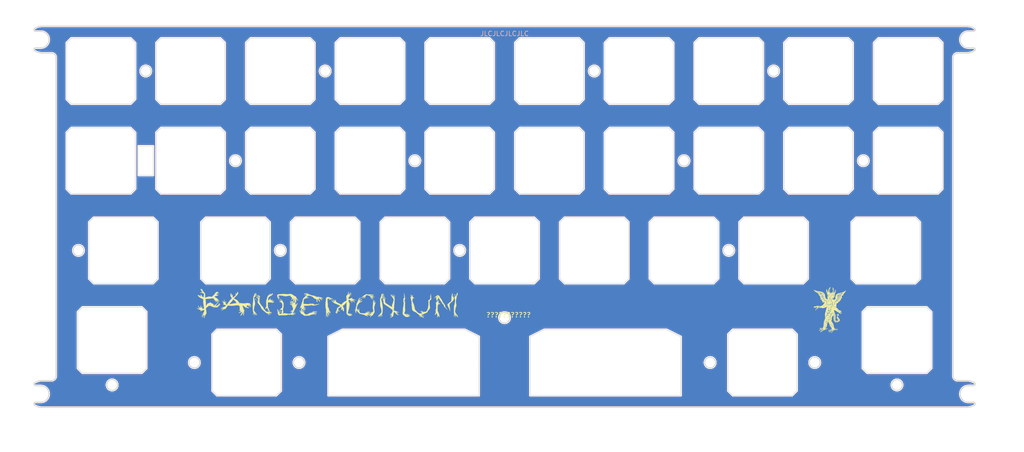
<source format=kicad_pcb>
(kicad_pcb (version 20221018) (generator pcbnew)
  (layers (0 "F.Cu" signal) (31 "B.Cu" signal) (34 "B.Paste" user) (35 "F.Paste" user) (36 "B.SilkS" user "B.Silkscreen") (37 "F.SilkS" user "F.Silkscreen") (38 "B.Mask" user) (39 "F.Mask" user) (44 "Edge.Cuts" user))
  (net 0 "")
  (net 1 "GND")
  (footprint "cipulot_parts:ecs_plate_cut_1U" (layer "F.Cu") (at 41.275 33.3375)
    (fp_text reference "REF**")
    (fp_text value "Value " hide)
    (fp_line (start -7.3 -6) (end -7.3 6) (stroke (width 0.12)) (layer "Edge.Cuts"))
    (fp_line (start -7.3 6) (end -6.3 7) (stroke (width 0.12)) (layer "Edge.Cuts"))
    (fp_line (start -6.3 -7) (end -7.3 -6) (stroke (width 0.12)) (layer "Edge.Cuts"))
    (fp_line (start -6.3 7) (end 6.3 7) (stroke (width 0.12)) (layer "Edge.Cuts"))
    (fp_line (start 6.3 -7) (end -6.3 -7) (stroke (width 0.12)) (layer "Edge.Cuts"))
    (fp_line (start 6.3 -7) (end 7.3 -6) (stroke (width 0.12)) (layer "Edge.Cuts"))
    (fp_line (start 6.3 7) (end 7.3 6) (stroke (width 0.12)) (layer "Edge.Cuts"))
    (fp_line (start 7.3 6) (end 7.3 -6) (stroke (width 0.12)) (layer "Edge.Cuts"))
  )
  (footprint "cipulot_parts:ecs_plate_cut_1U" (layer "F.Cu") (at 60.325 52.3875)
    (fp_text reference "REF**")
    (fp_text value "Value " hide)
    (fp_line (start -7.3 -6) (end -7.3 6) (stroke (width 0.12)) (layer "Edge.Cuts"))
    (fp_line (start -7.3 6) (end -6.3 7) (stroke (width 0.12)) (layer "Edge.Cuts"))
    (fp_line (start -6.3 -7) (end -7.3 -6) (stroke (width 0.12)) (layer "Edge.Cuts"))
    (fp_line (start -6.3 7) (end 6.3 7) (stroke (width 0.12)) (layer "Edge.Cuts"))
    (fp_line (start 6.3 -7) (end -6.3 -7) (stroke (width 0.12)) (layer "Edge.Cuts"))
    (fp_line (start 6.3 -7) (end 7.3 -6) (stroke (width 0.12)) (layer "Edge.Cuts"))
    (fp_line (start 6.3 7) (end 7.3 6) (stroke (width 0.12)) (layer "Edge.Cuts"))
    (fp_line (start 7.3 6) (end 7.3 -6) (stroke (width 0.12)) (layer "Edge.Cuts"))
  )
  (footprint "cipulot_parts:ecs_plate_cut_1U" (layer "F.Cu") (at 60.325 33.3375)
    (fp_text reference "REF**")
    (fp_text value "Value " hide)
    (fp_line (start -7.3 -6) (end -7.3 6) (stroke (width 0.12)) (layer "Edge.Cuts"))
    (fp_line (start -7.3 6) (end -6.3 7) (stroke (width 0.12)) (layer "Edge.Cuts"))
    (fp_line (start -6.3 -7) (end -7.3 -6) (stroke (width 0.12)) (layer "Edge.Cuts"))
    (fp_line (start -6.3 7) (end 6.3 7) (stroke (width 0.12)) (layer "Edge.Cuts"))
    (fp_line (start 6.3 -7) (end -6.3 -7) (stroke (width 0.12)) (layer "Edge.Cuts"))
    (fp_line (start 6.3 -7) (end 7.3 -6) (stroke (width 0.12)) (layer "Edge.Cuts"))
    (fp_line (start 6.3 7) (end 7.3 6) (stroke (width 0.12)) (layer "Edge.Cuts"))
    (fp_line (start 7.3 6) (end 7.3 -6) (stroke (width 0.12)) (layer "Edge.Cuts"))
  )
  (footprint "cipulot_parts:ecs_plate_cut_1U" (layer "F.Cu") (at 212.725 33.3375)
    (fp_text reference "REF**")
    (fp_text value "Value " hide)
    (fp_line (start -7.3 -6) (end -7.3 6) (stroke (width 0.12)) (layer "Edge.Cuts"))
    (fp_line (start -7.3 6) (end -6.3 7) (stroke (width 0.12)) (layer "Edge.Cuts"))
    (fp_line (start -6.3 -7) (end -7.3 -6) (stroke (width 0.12)) (layer "Edge.Cuts"))
    (fp_line (start -6.3 7) (end 6.3 7) (stroke (width 0.12)) (layer "Edge.Cuts"))
    (fp_line (start 6.3 -7) (end -6.3 -7) (stroke (width 0.12)) (layer "Edge.Cuts"))
    (fp_line (start 6.3 -7) (end 7.3 -6) (stroke (width 0.12)) (layer "Edge.Cuts"))
    (fp_line (start 6.3 7) (end 7.3 6) (stroke (width 0.12)) (layer "Edge.Cuts"))
    (fp_line (start 7.3 6) (end 7.3 -6) (stroke (width 0.12)) (layer "Edge.Cuts"))
  )
  (footprint "cipulot_parts:ecs_plate_cut_1U" (layer "F.Cu") (at 146.05 71.4375)
    (fp_text reference "REF**")
    (fp_text value "Value " hide)
    (fp_line (start -7.3 -6) (end -7.3 6) (stroke (width 0.12)) (layer "Edge.Cuts"))
    (fp_line (start -7.3 6) (end -6.3 7) (stroke (width 0.12)) (layer "Edge.Cuts"))
    (fp_line (start -6.3 -7) (end -7.3 -6) (stroke (width 0.12)) (layer "Edge.Cuts"))
    (fp_line (start -6.3 7) (end 6.3 7) (stroke (width 0.12)) (layer "Edge.Cuts"))
    (fp_line (start 6.3 -7) (end -6.3 -7) (stroke (width 0.12)) (layer "Edge.Cuts"))
    (fp_line (start 6.3 -7) (end 7.3 -6) (stroke (width 0.12)) (layer "Edge.Cuts"))
    (fp_line (start 6.3 7) (end 7.3 6) (stroke (width 0.12)) (layer "Edge.Cuts"))
    (fp_line (start 7.3 6) (end 7.3 -6) (stroke (width 0.12)) (layer "Edge.Cuts"))
  )
  (footprint "cipulot_parts:ecs_plate_cut_1U" (layer "F.Cu") (at 46.0375 71.4375)
    (fp_text reference "REF**")
    (fp_text value "Value " hide)
    (fp_line (start -7.3 -6) (end -7.3 6) (stroke (width 0.12)) (layer "Edge.Cuts"))
    (fp_line (start -7.3 6) (end -6.3 7) (stroke (width 0.12)) (layer "Edge.Cuts"))
    (fp_line (start -6.3 -7) (end -7.3 -6) (stroke (width 0.12)) (layer "Edge.Cuts"))
    (fp_line (start -6.3 7) (end 6.3 7) (stroke (width 0.12)) (layer "Edge.Cuts"))
    (fp_line (start 6.3 -7) (end -6.3 -7) (stroke (width 0.12)) (layer "Edge.Cuts"))
    (fp_line (start 6.3 -7) (end 7.3 -6) (stroke (width 0.12)) (layer "Edge.Cuts"))
    (fp_line (start 6.3 7) (end 7.3 6) (stroke (width 0.12)) (layer "Edge.Cuts"))
    (fp_line (start 7.3 6) (end 7.3 -6) (stroke (width 0.12)) (layer "Edge.Cuts"))
  )
  (footprint "LOGO" (layer "F.Cu") (at 196.05625 84.1375)
    (fp_text reference "G***" hide)
    (fp_text value "LOGO" hide)
  )
  (footprint "cipulot_parts:ecs_plate_cut_1U" (layer "F.Cu") (at 88.9 71.4375)
    (fp_text reference "REF**")
    (fp_text value "Value " hide)
    (fp_line (start -7.3 -6) (end -7.3 6) (stroke (width 0.12)) (layer "Edge.Cuts"))
    (fp_line (start -7.3 6) (end -6.3 7) (stroke (width 0.12)) (layer "Edge.Cuts"))
    (fp_line (start -6.3 -7) (end -7.3 -6) (stroke (width 0.12)) (layer "Edge.Cuts"))
    (fp_line (start -6.3 7) (end 6.3 7) (stroke (width 0.12)) (layer "Edge.Cuts"))
    (fp_line (start 6.3 -7) (end -6.3 -7) (stroke (width 0.12)) (layer "Edge.Cuts"))
    (fp_line (start 6.3 -7) (end 7.3 -6) (stroke (width 0.12)) (layer "Edge.Cuts"))
    (fp_line (start 6.3 7) (end 7.3 6) (stroke (width 0.12)) (layer "Edge.Cuts"))
    (fp_line (start 7.3 6) (end 7.3 -6) (stroke (width 0.12)) (layer "Edge.Cuts"))
  )
  (footprint "cipulot_parts:ecs_plate_cut_1U" (layer "F.Cu") (at 117.475 33.3375)
    (fp_text reference "REF**")
    (fp_text value "Value " hide)
    (fp_line (start -7.3 -6) (end -7.3 6) (stroke (width 0.12)) (layer "Edge.Cuts"))
    (fp_line (start -7.3 6) (end -6.3 7) (stroke (width 0.12)) (layer "Edge.Cuts"))
    (fp_line (start -6.3 -7) (end -7.3 -6) (stroke (width 0.12)) (layer "Edge.Cuts"))
    (fp_line (start -6.3 7) (end 6.3 7) (stroke (width 0.12)) (layer "Edge.Cuts"))
    (fp_line (start 6.3 -7) (end -6.3 -7) (stroke (width 0.12)) (layer "Edge.Cuts"))
    (fp_line (start 6.3 -7) (end 7.3 -6) (stroke (width 0.12)) (layer "Edge.Cuts"))
    (fp_line (start 6.3 7) (end 7.3 6) (stroke (width 0.12)) (layer "Edge.Cuts"))
    (fp_line (start 7.3 6) (end 7.3 -6) (stroke (width 0.12)) (layer "Edge.Cuts"))
  )
  (footprint "cipulot_parts:ecs_plate_cut_1U" (layer "F.Cu") (at 79.375 52.3875)
    (fp_text reference "REF**")
    (fp_text value "Value " hide)
    (fp_line (start -7.3 -6) (end -7.3 6) (stroke (width 0.12)) (layer "Edge.Cuts"))
    (fp_line (start -7.3 6) (end -6.3 7) (stroke (width 0.12)) (layer "Edge.Cuts"))
    (fp_line (start -6.3 -7) (end -7.3 -6) (stroke (width 0.12)) (layer "Edge.Cuts"))
    (fp_line (start -6.3 7) (end 6.3 7) (stroke (width 0.12)) (layer "Edge.Cuts"))
    (fp_line (start 6.3 -7) (end -6.3 -7) (stroke (width 0.12)) (layer "Edge.Cuts"))
    (fp_line (start 6.3 -7) (end 7.3 -6) (stroke (width 0.12)) (layer "Edge.Cuts"))
    (fp_line (start 6.3 7) (end 7.3 6) (stroke (width 0.12)) (layer "Edge.Cuts"))
    (fp_line (start 7.3 6) (end 7.3 -6) (stroke (width 0.12)) (layer "Edge.Cuts"))
  )
  (footprint "cipulot_parts:ecs_plate_cut_1U" (layer "F.Cu") (at 193.675 52.3875)
    (fp_text reference "REF**")
    (fp_text value "Value " hide)
    (fp_line (start -7.3 -6) (end -7.3 6) (stroke (width 0.12)) (layer "Edge.Cuts"))
    (fp_line (start -7.3 6) (end -6.3 7) (stroke (width 0.12)) (layer "Edge.Cuts"))
    (fp_line (start -6.3 -7) (end -7.3 -6) (stroke (width 0.12)) (layer "Edge.Cuts"))
    (fp_line (start -6.3 7) (end 6.3 7) (stroke (width 0.12)) (layer "Edge.Cuts"))
    (fp_line (start 6.3 -7) (end -6.3 -7) (stroke (width 0.12)) (layer "Edge.Cuts"))
    (fp_line (start 6.3 -7) (end 7.3 -6) (stroke (width 0.12)) (layer "Edge.Cuts"))
    (fp_line (start 6.3 7) (end 7.3 6) (stroke (width 0.12)) (layer "Edge.Cuts"))
    (fp_line (start 7.3 6) (end 7.3 -6) (stroke (width 0.12)) (layer "Edge.Cuts"))
  )
  (footprint "cipulot_parts:ecs_plate_cut_1U" (layer "F.Cu") (at 98.425 52.3875)
    (fp_text reference "REF**")
    (fp_text value "Value " hide)
    (fp_line (start -7.3 -6) (end -7.3 6) (stroke (width 0.12)) (layer "Edge.Cuts"))
    (fp_line (start -7.3 6) (end -6.3 7) (stroke (width 0.12)) (layer "Edge.Cuts"))
    (fp_line (start -6.3 -7) (end -7.3 -6) (stroke (width 0.12)) (layer "Edge.Cuts"))
    (fp_line (start -6.3 7) (end 6.3 7) (stroke (width 0.12)) (layer "Edge.Cuts"))
    (fp_line (start 6.3 -7) (end -6.3 -7) (stroke (width 0.12)) (layer "Edge.Cuts"))
    (fp_line (start 6.3 -7) (end 7.3 -6) (stroke (width 0.12)) (layer "Edge.Cuts"))
    (fp_line (start 6.3 7) (end 7.3 6) (stroke (width 0.12)) (layer "Edge.Cuts"))
    (fp_line (start 7.3 6) (end 7.3 -6) (stroke (width 0.12)) (layer "Edge.Cuts"))
  )
  (footprint "cipulot_parts:ecs_plate_cut_2U" (layer "F.Cu") (at 148.43125 95.25 180)
    (fp_text reference "REF**")
    (fp_text value "Value " hide)
    (fp_line (start -16 -7) (end 16 -7) (stroke (width 0.12)) (layer "Edge.Cuts"))
    (fp_line (start -16 0) (end -16 -7) (stroke (width 0.12)) (layer "Edge.Cuts"))
    (fp_line (start -16 0) (end -16 5.5) (stroke (width 0.12)) (layer "Edge.Cuts"))
    (fp_line (start -16 5.5) (end -13 7) (stroke (width 0.12)) (layer "Edge.Cuts"))
    (fp_line (start 13 7) (end -13 7) (stroke (width 0.12)) (layer "Edge.Cuts"))
    (fp_line (start 16 -7) (end 16 0) (stroke (width 0.12)) (layer "Edge.Cuts"))
    (fp_line (start 16 0) (end 16 5.5) (stroke (width 0.12)) (layer "Edge.Cuts"))
    (fp_line (start 16 5.5) (end 13 7) (stroke (width 0.12)) (layer "Edge.Cuts"))
  )
  (footprint "cipulot_parts:ecs_plate_cut_1U" (layer "F.Cu") (at 107.95 71.4375)
    (fp_text reference "REF**")
    (fp_text value "Value " hide)
    (fp_line (start -7.3 -6) (end -7.3 6) (stroke (width 0.12)) (layer "Edge.Cuts"))
    (fp_line (start -7.3 6) (end -6.3 7) (stroke (width 0.12)) (layer "Edge.Cuts"))
    (fp_line (start -6.3 -7) (end -7.3 -6) (stroke (width 0.12)) (layer "Edge.Cuts"))
    (fp_line (start -6.3 7) (end 6.3 7) (stroke (width 0.12)) (layer "Edge.Cuts"))
    (fp_line (start 6.3 -7) (end -6.3 -7) (stroke (width 0.12)) (layer "Edge.Cuts"))
    (fp_line (start 6.3 -7) (end 7.3 -6) (stroke (width 0.12)) (layer "Edge.Cuts"))
    (fp_line (start 6.3 7) (end 7.3 6) (stroke (width 0.12)) (layer "Edge.Cuts"))
    (fp_line (start 7.3 6) (end 7.3 -6) (stroke (width 0.12)) (layer "Edge.Cuts"))
  )
  (footprint "LOGO" (layer "F.Cu") (at 88.9 82.55)
    (fp_text reference "G***" hide)
    (fp_text value "LOGO" hide)
  )
  (footprint "cipulot_parts:ecs_plate_cut_1U" (layer "F.Cu") (at 72.23125 95.25)
    (fp_text reference "REF**")
    (fp_text value "Value " hide)
    (fp_line (start -7.3 -6) (end -7.3 6) (stroke (width 0.12)) (layer "Edge.Cuts"))
    (fp_line (start -7.3 6) (end -6.3 7) (stroke (width 0.12)) (layer "Edge.Cuts"))
    (fp_line (start -6.3 -7) (end -7.3 -6) (stroke (width 0.12)) (layer "Edge.Cuts"))
    (fp_line (start -6.3 7) (end 6.3 7) (stroke (width 0.12)) (layer "Edge.Cuts"))
    (fp_line (start 6.3 -7) (end -6.3 -7) (stroke (width 0.12)) (layer "Edge.Cuts"))
    (fp_line (start 6.3 -7) (end 7.3 -6) (stroke (width 0.12)) (layer "Edge.Cuts"))
    (fp_line (start 6.3 7) (end 7.3 6) (stroke (width 0.12)) (layer "Edge.Cuts"))
    (fp_line (start 7.3 6) (end 7.3 -6) (stroke (width 0.12)) (layer "Edge.Cuts"))
  )
  (footprint "cipulot_parts:ecs_plate_cut_1U" (layer "F.Cu") (at 210.34375 90.4875)
    (fp_text reference "REF**")
    (fp_text value "Value " hide)
    (fp_line (start -7.3 -6) (end -7.3 6) (stroke (width 0.12)) (layer "Edge.Cuts"))
    (fp_line (start -7.3 6) (end -6.3 7) (stroke (width 0.12)) (layer "Edge.Cuts"))
    (fp_line (start -6.3 -7) (end -7.3 -6) (stroke (width 0.12)) (layer "Edge.Cuts"))
    (fp_line (start -6.3 7) (end 6.3 7) (stroke (width 0.12)) (layer "Edge.Cuts"))
    (fp_line (start 6.3 -7) (end -6.3 -7) (stroke (width 0.12)) (layer "Edge.Cuts"))
    (fp_line (start 6.3 -7) (end 7.3 -6) (stroke (width 0.12)) (layer "Edge.Cuts"))
    (fp_line (start 6.3 7) (end 7.3 6) (stroke (width 0.12)) (layer "Edge.Cuts"))
    (fp_line (start 7.3 6) (end 7.3 -6) (stroke (width 0.12)) (layer "Edge.Cuts"))
  )
  (footprint "cipulot_parts:ecs_plate_cut_1U" (layer "F.Cu") (at 174.625 33.3375)
    (fp_text reference "REF**")
    (fp_text value "Value " hide)
    (fp_line (start -7.3 -6) (end -7.3 6) (stroke (width 0.12)) (layer "Edge.Cuts"))
    (fp_line (start -7.3 6) (end -6.3 7) (stroke (width 0.12)) (layer "Edge.Cuts"))
    (fp_line (start -6.3 -7) (end -7.3 -6) (stroke (width 0.12)) (layer "Edge.Cuts"))
    (fp_line (start -6.3 7) (end 6.3 7) (stroke (width 0.12)) (layer "Edge.Cuts"))
    (fp_line (start 6.3 -7) (end -6.3 -7) (stroke (width 0.12)) (layer "Edge.Cuts"))
    (fp_line (start 6.3 -7) (end 7.3 -6) (stroke (width 0.12)) (layer "Edge.Cuts"))
    (fp_line (start 6.3 7) (end 7.3 6) (stroke (width 0.12)) (layer "Edge.Cuts"))
    (fp_line (start 7.3 6) (end 7.3 -6) (stroke (width 0.12)) (layer "Edge.Cuts"))
  )
  (footprint "cipulot_parts:ecs_plate_cut_1U" (layer "F.Cu") (at 207.9625 71.4375)
    (fp_text reference "REF**")
    (fp_text value "Value " hide)
    (fp_line (start -7.3 -6) (end -7.3 6) (stroke (width 0.12)) (layer "Edge.Cuts"))
    (fp_line (start -7.3 6) (end -6.3 7) (stroke (width 0.12)) (layer "Edge.Cuts"))
    (fp_line (start -6.3 -7) (end -7.3 -6) (stroke (width 0.12)) (layer "Edge.Cuts"))
    (fp_line (start -6.3 7) (end 6.3 7) (stroke (width 0.12)) (layer "Edge.Cuts"))
    (fp_line (start 6.3 -7) (end -6.3 -7) (stroke (width 0.12)) (layer "Edge.Cuts"))
    (fp_line (start 6.3 -7) (end 7.3 -6) (stroke (width 0.12)) (layer "Edge.Cuts"))
    (fp_line (start 6.3 7) (end 7.3 6) (stroke (width 0.12)) (layer "Edge.Cuts"))
    (fp_line (start 7.3 6) (end 7.3 -6) (stroke (width 0.12)) (layer "Edge.Cuts"))
  )
  (footprint "cipulot_parts:ecs_plate_cut_1U" (layer "F.Cu") (at 69.85 71.4375)
    (fp_text reference "REF**")
    (fp_text value "Value " hide)
    (fp_line (start -7.3 -6) (end -7.3 6) (stroke (width 0.12)) (layer "Edge.Cuts"))
    (fp_line (start -7.3 6) (end -6.3 7) (stroke (width 0.12)) (layer "Edge.Cuts"))
    (fp_line (start -6.3 -7) (end -7.3 -6) (stroke (width 0.12)) (layer "Edge.Cuts"))
    (fp_line (start -6.3 7) (end 6.3 7) (stroke (width 0.12)) (layer "Edge.Cuts"))
    (fp_line (start 6.3 -7) (end -6.3 -7) (stroke (width 0.12)) (layer "Edge.Cuts"))
    (fp_line (start 6.3 -7) (end 7.3 -6) (stroke (width 0.12)) (layer "Edge.Cuts"))
    (fp_line (start 6.3 7) (end 7.3 6) (stroke (width 0.12)) (layer "Edge.Cuts"))
    (fp_line (start 7.3 6) (end 7.3 -6) (stroke (width 0.12)) (layer "Edge.Cuts"))
  )
  (footprint "cipulot_parts:ecs_plate_cut_1U" (layer "F.Cu") (at 43.65625 90.4875)
    (fp_text reference "REF**")
    (fp_text value "Value " hide)
    (fp_line (start -7.3 -6) (end -7.3 6) (stroke (width 0.12)) (layer "Edge.Cuts"))
    (fp_line (start -7.3 6) (end -6.3 7) (stroke (width 0.12)) (layer "Edge.Cuts"))
    (fp_line (start -6.3 -7) (end -7.3 -6) (stroke (width 0.12)) (layer "Edge.Cuts"))
    (fp_line (start -6.3 7) (end 6.3 7) (stroke (width 0.12)) (layer "Edge.Cuts"))
    (fp_line (start 6.3 -7) (end -6.3 -7) (stroke (width 0.12)) (layer "Edge.Cuts"))
    (fp_line (start 6.3 -7) (end 7.3 -6) (stroke (width 0.12)) (layer "Edge.Cuts"))
    (fp_line (start 6.3 7) (end 7.3 6) (stroke (width 0.12)) (layer "Edge.Cuts"))
    (fp_line (start 7.3 6) (end 7.3 -6) (stroke (width 0.12)) (layer "Edge.Cuts"))
  )
  (footprint "cipulot_parts:ecs_plate_cut_1U" (layer "F.Cu") (at 155.575 52.3875)
    (fp_text reference "REF**")
    (fp_text value "Value " hide)
    (fp_line (start -7.3 -6) (end -7.3 6) (stroke (width 0.12)) (layer "Edge.Cuts"))
    (fp_line (start -7.3 6) (end -6.3 7) (stroke (width 0.12)) (layer "Edge.Cuts"))
    (fp_line (start -6.3 -7) (end -7.3 -6) (stroke (width 0.12)) (layer "Edge.Cuts"))
    (fp_line (start -6.3 7) (end 6.3 7) (stroke (width 0.12)) (layer "Edge.Cuts"))
    (fp_line (start 6.3 -7) (end -6.3 -7) (stroke (width 0.12)) (layer "Edge.Cuts"))
    (fp_line (start 6.3 -7) (end 7.3 -6) (stroke (width 0.12)) (layer "Edge.Cuts"))
    (fp_line (start 6.3 7) (end 7.3 6) (stroke (width 0.12)) (layer "Edge.Cuts"))
    (fp_line (start 7.3 6) (end 7.3 -6) (stroke (width 0.12)) (layer "Edge.Cuts"))
  )
  (footprint "cipulot_parts:ecs_plate_cut_1U" (layer "F.Cu") (at 136.525 52.3875)
    (fp_text reference "REF**")
    (fp_text value "Value " hide)
    (fp_line (start -7.3 -6) (end -7.3 6) (stroke (width 0.12)) (layer "Edge.Cuts"))
    (fp_line (start -7.3 6) (end -6.3 7) (stroke (width 0.12)) (layer "Edge.Cuts"))
    (fp_line (start -6.3 -7) (end -7.3 -6) (stroke (width 0.12)) (layer "Edge.Cuts"))
    (fp_line (start -6.3 7) (end 6.3 7) (stroke (width 0.12)) (layer "Edge.Cuts"))
    (fp_line (start 6.3 -7) (end -6.3 -7) (stroke (width 0.12)) (layer "Edge.Cuts"))
    (fp_line (start 6.3 -7) (end 7.3 -6) (stroke (width 0.12)) (layer "Edge.Cuts"))
    (fp_line (start 6.3 7) (end 7.3 6) (stroke (width 0.12)) (layer "Edge.Cuts"))
    (fp_line (start 7.3 6) (end 7.3 -6) (stroke (width 0.12)) (layer "Edge.Cuts"))
  )
  (footprint "cipulot_parts:ecs_plate_cut_1U" (layer "F.Cu") (at 184.15 71.4375)
    (fp_text reference "REF**")
    (fp_text value "Value " hide)
    (fp_line (start -7.3 -6) (end -7.3 6) (stroke (width 0.12)) (layer "Edge.Cuts"))
    (fp_line (start -7.3 6) (end -6.3 7) (stroke (width 0.12)) (layer "Edge.Cuts"))
    (fp_line (start -6.3 -7) (end -7.3 -6) (stroke (width 0.12)) (layer "Edge.Cuts"))
    (fp_line (start -6.3 7) (end 6.3 7) (stroke (width 0.12)) (layer "Edge.Cuts"))
    (fp_line (start 6.3 -7) (end -6.3 -7) (stroke (width 0.12)) (layer "Edge.Cuts"))
    (fp_line (start 6.3 -7) (end 7.3 -6) (stroke (width 0.12)) (layer "Edge.Cuts"))
    (fp_line (start 6.3 7) (end 7.3 6) (stroke (width 0.12)) (layer "Edge.Cuts"))
    (fp_line (start 7.3 6) (end 7.3 -6) (stroke (width 0.12)) (layer "Edge.Cuts"))
  )
  (footprint "cipulot_parts:ecs_plate_cut_1U" (layer "F.Cu") (at 181.76875 95.25)
    (fp_text reference "REF**")
    (fp_text value "Value " hide)
    (fp_line (start -7.3 -6) (end -7.3 6) (stroke (width 0.12)) (layer "Edge.Cuts"))
    (fp_line (start -7.3 6) (end -6.3 7) (stroke (width 0.12)) (layer "Edge.Cuts"))
    (fp_line (start -6.3 -7) (end -7.3 -6) (stroke (width 0.12)) (layer "Edge.Cuts"))
    (fp_line (start -6.3 7) (end 6.3 7) (stroke (width 0.12)) (layer "Edge.Cuts"))
    (fp_line (start 6.3 -7) (end -6.3 -7) (stroke (width 0.12)) (layer "Edge.Cuts"))
    (fp_line (start 6.3 -7) (end 7.3 -6) (stroke (width 0.12)) (layer "Edge.Cuts"))
    (fp_line (start 6.3 7) (end 7.3 6) (stroke (width 0.12)) (layer "Edge.Cuts"))
    (fp_line (start 7.3 6) (end 7.3 -6) (stroke (width 0.12)) (layer "Edge.Cuts"))
  )
  (footprint "cipulot_parts:ecs_plate_cut_1U" (layer "F.Cu") (at 136.525 33.3375)
    (fp_text reference "REF**")
    (fp_text value "Value " hide)
    (fp_line (start -7.3 -6) (end -7.3 6) (stroke (width 0.12)) (layer "Edge.Cuts"))
    (fp_line (start -7.3 6) (end -6.3 7) (stroke (width 0.12)) (layer "Edge.Cuts"))
    (fp_line (start -6.3 -7) (end -7.3 -6) (stroke (width 0.12)) (layer "Edge.Cuts"))
    (fp_line (start -6.3 7) (end 6.3 7) (stroke (width 0.12)) (layer "Edge.Cuts"))
    (fp_line (start 6.3 -7) (end -6.3 -7) (stroke (width 0.12)) (layer "Edge.Cuts"))
    (fp_line (start 6.3 -7) (end 7.3 -6) (stroke (width 0.12)) (layer "Edge.Cuts"))
    (fp_line (start 6.3 7) (end 7.3 6) (stroke (width 0.12)) (layer "Edge.Cuts"))
    (fp_line (start 7.3 6) (end 7.3 -6) (stroke (width 0.12)) (layer "Edge.Cuts"))
  )
  (footprint "cipulot_parts:ecs_plate_cut_2U" (layer "F.Cu") (at 105.56875 95.25 180)
    (fp_text reference "REF**")
    (fp_text value "Value " hide)
    (fp_line (start -16 -7) (end 16 -7) (stroke (width 0.12)) (layer "Edge.Cuts"))
    (fp_line (start -16 0) (end -16 -7) (stroke (width 0.12)) (layer "Edge.Cuts"))
    (fp_line (start -16 0) (end -16 5.5) (stroke (width 0.12)) (layer "Edge.Cuts"))
    (fp_line (start -16 5.5) (end -13 7) (stroke (width 0.12)) (layer "Edge.Cuts"))
    (fp_line (start 13 7) (end -13 7) (stroke (width 0.12)) (layer "Edge.Cuts"))
    (fp_line (start 16 -7) (end 16 0) (stroke (width 0.12)) (layer "Edge.Cuts"))
    (fp_line (start 16 0) (end 16 5.5) (stroke (width 0.12)) (layer "Edge.Cuts"))
    (fp_line (start 16 5.5) (end 13 7) (stroke (width 0.12)) (layer "Edge.Cuts"))
  )
  (footprint "cipulot_parts:ecs_plate_cut_1U" (layer "F.Cu") (at 165.1 71.4375)
    (fp_text reference "REF**")
    (fp_text value "Value " hide)
    (fp_line (start -7.3 -6) (end -7.3 6) (stroke (width 0.12)) (layer "Edge.Cuts"))
    (fp_line (start -7.3 6) (end -6.3 7) (stroke (width 0.12)) (layer "Edge.Cuts"))
    (fp_line (start -6.3 -7) (end -7.3 -6) (stroke (width 0.12)) (layer "Edge.Cuts"))
    (fp_line (start -6.3 7) (end 6.3 7) (stroke (width 0.12)) (layer "Edge.Cuts"))
    (fp_line (start 6.3 -7) (end -6.3 -7) (stroke (width 0.12)) (layer "Edge.Cuts"))
    (fp_line (start 6.3 -7) (end 7.3 -6) (stroke (width 0.12)) (layer "Edge.Cuts"))
    (fp_line (start 6.3 7) (end 7.3 6) (stroke (width 0.12)) (layer "Edge.Cuts"))
    (fp_line (start 7.3 6) (end 7.3 -6) (stroke (width 0.12)) (layer "Edge.Cuts"))
  )
  (footprint "cipulot_parts:ecs_plate_cut_1U" (layer "F.Cu") (at 117.475 52.3875)
    (fp_text reference "REF**")
    (fp_text value "Value " hide)
    (fp_line (start -7.3 -6) (end -7.3 6) (stroke (width 0.12)) (layer "Edge.Cuts"))
    (fp_line (start -7.3 6) (end -6.3 7) (stroke (width 0.12)) (layer "Edge.Cuts"))
    (fp_line (start -6.3 -7) (end -7.3 -6) (stroke (width 0.12)) (layer "Edge.Cuts"))
    (fp_line (start -6.3 7) (end 6.3 7) (stroke (width 0.12)) (layer "Edge.Cuts"))
    (fp_line (start 6.3 -7) (end -6.3 -7) (stroke (width 0.12)) (layer "Edge.Cuts"))
    (fp_line (start 6.3 -7) (end 7.3 -6) (stroke (width 0.12)) (layer "Edge.Cuts"))
    (fp_line (start 6.3 7) (end 7.3 6) (stroke (width 0.12)) (layer "Edge.Cuts"))
    (fp_line (start 7.3 6) (end 7.3 -6) (stroke (width 0.12)) (layer "Edge.Cuts"))
  )
  (footprint "cipulot_parts:ecs_plate_cut_1U" (layer "F.Cu") (at 155.575 33.3375)
    (fp_text reference "REF**")
    (fp_text value "Value " hide)
    (fp_line (start -7.3 -6) (end -7.3 6) (stroke (width 0.12)) (layer "Edge.Cuts"))
    (fp_line (start -7.3 6) (end -6.3 7) (stroke (width 0.12)) (layer "Edge.Cuts"))
    (fp_line (start -6.3 -7) (end -7.3 -6) (stroke (width 0.12)) (layer "Edge.Cuts"))
    (fp_line (start -6.3 7) (end 6.3 7) (stroke (width 0.12)) (layer "Edge.Cuts"))
    (fp_line (start 6.3 -7) (end -6.3 -7) (stroke (width 0.12)) (layer "Edge.Cuts"))
    (fp_line (start 6.3 -7) (end 7.3 -6) (stroke (width 0.12)) (layer "Edge.Cuts"))
    (fp_line (start 6.3 7) (end 7.3 6) (stroke (width 0.12)) (layer "Edge.Cuts"))
    (fp_line (start 7.3 6) (end 7.3 -6) (stroke (width 0.12)) (layer "Edge.Cuts"))
  )
  (footprint "cipulot_parts:ecs_plate_cut_1U" (layer "F.Cu") (at 98.425 33.3375)
    (fp_text reference "REF**")
    (fp_text value "Value " hide)
    (fp_line (start -7.3 -6) (end -7.3 6) (stroke (width 0.12)) (layer "Edge.Cuts"))
    (fp_line (start -7.3 6) (end -6.3 7) (stroke (width 0.12)) (layer "Edge.Cuts"))
    (fp_line (start -6.3 -7) (end -7.3 -6) (stroke (width 0.12)) (layer "Edge.Cuts"))
    (fp_line (start -6.3 7) (end 6.3 7) (stroke (width 0.12)) (layer "Edge.Cuts"))
    (fp_line (start 6.3 -7) (end -6.3 -7) (stroke (width 0.12)) (layer "Edge.Cuts"))
    (fp_line (start 6.3 -7) (end 7.3 -6) (stroke (width 0.12)) (layer "Edge.Cuts"))
    (fp_line (start 6.3 7) (end 7.3 6) (stroke (width 0.12)) (layer "Edge.Cuts"))
    (fp_line (start 7.3 6) (end 7.3 -6) (stroke (width 0.12)) (layer "Edge.Cuts"))
  )
  (footprint "cipulot_parts:ecs_plate_cut_1U" (layer "F.Cu") (at 174.625 52.3875)
    (fp_text reference "REF**")
    (fp_text value "Value " hide)
    (fp_line (start -7.3 -6) (end -7.3 6) (stroke (width 0.12)) (layer "Edge.Cuts"))
    (fp_line (start -7.3 6) (end -6.3 7) (stroke (width 0.12)) (layer "Edge.Cuts"))
    (fp_line (start -6.3 -7) (end -7.3 -6) (stroke (width 0.12)) (layer "Edge.Cuts"))
    (fp_line (start -6.3 7) (end 6.3 7) (stroke (width 0.12)) (layer "Edge.Cuts"))
    (fp_line (start 6.3 -7) (end -6.3 -7) (stroke (width 0.12)) (layer "Edge.Cuts"))
    (fp_line (start 6.3 -7) (end 7.3 -6) (stroke (width 0.12)) (layer "Edge.Cuts"))
    (fp_line (start 6.3 7) (end 7.3 6) (stroke (width 0.12)) (layer "Edge.Cuts"))
    (fp_line (start 7.3 6) (end 7.3 -6) (stroke (width 0.12)) (layer "Edge.Cuts"))
  )
  (footprint "cipulot_parts:ecs_plate_cut_1U" (layer "F.Cu") (at 127 71.4375)
    (fp_text reference "REF**")
    (fp_text value "Value " hide)
    (fp_line (start -7.3 -6) (end -7.3 6) (stroke (width 0.12)) (layer "Edge.Cuts"))
    (fp_line (start -7.3 6) (end -6.3 7) (stroke (width 0.12)) (layer "Edge.Cuts"))
    (fp_line (start -6.3 -7) (end -7.3 -6) (stroke (width 0.12)) (layer "Edge.Cuts"))
    (fp_line (start -6.3 7) (end 6.3 7) (stroke (width 0.12)) (layer "Edge.Cuts"))
    (fp_line (start 6.3 -7) (end -6.3 -7) (stroke (width 0.12)) (layer "Edge.Cuts"))
    (fp_line (start 6.3 -7) (end 7.3 -6) (stroke (width 0.12)) (layer "Edge.Cuts"))
    (fp_line (start 6.3 7) (end 7.3 6) (stroke (width 0.12)) (layer "Edge.Cuts"))
    (fp_line (start 7.3 6) (end 7.3 -6) (stroke (width 0.12)) (layer "Edge.Cuts"))
  )
  (footprint "cipulot_parts:ecs_plate_cut_1U" (layer "F.Cu") (at 41.275 52.3875)
    (fp_text reference "REF**")
    (fp_text value "Value " hide)
    (fp_line (start -7.3 -6) (end -7.3 6) (stroke (width 0.12)) (layer "Edge.Cuts"))
    (fp_line (start -7.3 6) (end -6.3 7) (stroke (width 0.12)) (layer "Edge.Cuts"))
    (fp_line (start -6.3 -7) (end -7.3 -6) (stroke (width 0.12)) (layer "Edge.Cuts"))
    (fp_line (start -6.3 7) (end 6.3 7) (stroke (width 0.12)) (layer "Edge.Cuts"))
    (fp_line (start 6.3 -7) (end -6.3 -7) (stroke (width 0.12)) (layer "Edge.Cuts"))
    (fp_line (start 6.3 -7) (end 7.3 -6) (stroke (width 0.12)) (layer "Edge.Cuts"))
    (fp_line (start 6.3 7) (end 7.3 6) (stroke (width 0.12)) (layer "Edge.Cuts"))
    (fp_line (start 7.3 6) (end 7.3 -6) (stroke (width 0.12)) (layer "Edge.Cuts"))
  )
  (footprint "cipulot_parts:ecs_plate_cut_1U" (layer "F.Cu") (at 79.375 33.3375)
    (fp_text reference "REF**")
    (fp_text value "Value " hide)
    (fp_line (start -7.3 -6) (end -7.3 6) (stroke (width 0.12)) (layer "Edge.Cuts"))
    (fp_line (start -7.3 6) (end -6.3 7) (stroke (width 0.12)) (layer "Edge.Cuts"))
    (fp_line (start -6.3 -7) (end -7.3 -6) (stroke (width 0.12)) (layer "Edge.Cuts"))
    (fp_line (start -6.3 7) (end 6.3 7) (stroke (width 0.12)) (layer "Edge.Cuts"))
    (fp_line (start 6.3 -7) (end -6.3 -7) (stroke (width 0.12)) (layer "Edge.Cuts"))
    (fp_line (start 6.3 -7) (end 7.3 -6) (stroke (width 0.12)) (layer "Edge.Cuts"))
    (fp_line (start 6.3 7) (end 7.3 6) (stroke (width 0.12)) (layer "Edge.Cuts"))
    (fp_line (start 7.3 6) (end 7.3 -6) (stroke (width 0.12)) (layer "Edge.Cuts"))
  )
  (footprint "cipulot_parts:ecs_plate_cut_1U" (layer "F.Cu") (at 193.675 33.3375)
    (fp_text reference "REF**")
    (fp_text value "Value " hide)
    (fp_line (start -7.3 -6) (end -7.3 6) (stroke (width 0.12)) (layer "Edge.Cuts"))
    (fp_line (start -7.3 6) (end -6.3 7) (stroke (width 0.12)) (layer "Edge.Cuts"))
    (fp_line (start -6.3 -7) (end -7.3 -6) (stroke (width 0.12)) (layer "Edge.Cuts"))
    (fp_line (start -6.3 7) (end 6.3 7) (stroke (width 0.12)) (layer "Edge.Cuts"))
    (fp_line (start 6.3 -7) (end -6.3 -7) (stroke (width 0.12)) (layer "Edge.Cuts"))
    (fp_line (start 6.3 -7) (end 7.3 -6) (stroke (width 0.12)) (layer "Edge.Cuts"))
    (fp_line (start 6.3 7) (end 7.3 6) (stroke (width 0.12)) (layer "Edge.Cuts"))
    (fp_line (start 7.3 6) (end 7.3 -6) (stroke (width 0.12)) (layer "Edge.Cuts"))
  )
  (footprint "cipulot_parts:ecs_plate_cut_1U" (layer "F.Cu") (at 212.725 52.3875)
    (fp_text reference "REF**")
    (fp_text value "Value " hide)
    (fp_line (start -7.3 -6) (end -7.3 6) (stroke (width 0.12)) (layer "Edge.Cuts"))
    (fp_line (start -7.3 6) (end -6.3 7) (stroke (width 0.12)) (layer "Edge.Cuts"))
    (fp_line (start -6.3 -7) (end -7.3 -6) (stroke (width 0.12)) (layer "Edge.Cuts"))
    (fp_line (start -6.3 7) (end 6.3 7) (stroke (width 0.12)) (layer "Edge.Cuts"))
    (fp_line (start 6.3 -7) (end -6.3 -7) (stroke (width 0.12)) (layer "Edge.Cuts"))
    (fp_line (start 6.3 -7) (end 7.3 -6) (stroke (width 0.12)) (layer "Edge.Cuts"))
    (fp_line (start 6.3 7) (end 7.3 6) (stroke (width 0.12)) (layer "Edge.Cuts"))
    (fp_line (start 7.3 6) (end 7.3 -6) (stroke (width 0.12)) (layer "Edge.Cuts"))
  )
  (gr_circle (center 146.05 33.3375) (end 147.2 33.3375) (stroke (width 0.2)) (fill none) (layer "Edge.Cuts"))
  (gr_line (start 28.500555 103.675) (end 27.393534 103.675) (stroke (width 0.2)) (layer "Edge.Cuts"))
  (gr_arc (start 226.796369 24.2685) (mid 226.942189 24.661492) (end 226.606464 24.9125) (stroke (width 0.2)) (layer "Edge.Cuts"))
  (gr_arc (start 27.203628 99.531) (mid 27.943898 99.191376) (end 28.75 99.075) (stroke (width 0.2)) (layer "Edge.Cuts"))
  (gr_arc (start 27.393534 24.9125) (mid 27.057795 24.661504) (end 27.203629 24.2685) (stroke (width 0.2)) (layer "Edge.Cuts"))
  (gr_circle (center 127 85.725) (end 128.15 85.725) (stroke (width 0.2)) (fill none) (layer "Edge.Cuts"))
  (gr_line (start 30.75 99.075) (end 28.75 99.075) (stroke (width 0.2)) (layer "Edge.Cuts"))
  (gr_circle (center 165.1 52.3875) (end 166.25 52.3875) (stroke (width 0.2)) (fill none) (layer "Edge.Cuts"))
  (gr_arc (start 225.25 99.075) (mid 226.056102 99.191376) (end 226.796371 99.531) (stroke (width 0.2)) (layer "Edge.Cuts"))
  (gr_arc (start 27.203628 104.319) (mid 27.057812 103.926001) (end 27.393534 103.675) (stroke (width 0.2)) (layer "Edge.Cuts"))
  (gr_circle (center 88.9 33.3375) (end 90.05 33.3375) (stroke (width 0.2)) (fill none) (layer "Edge.Cuts"))
  (gr_circle (center 50.8 33.3375) (end 51.95 33.3375) (stroke (width 0.2)) (fill none) (layer "Edge.Cuts"))
  (gr_arc (start 31.75 98.075) (mid 31.457107 98.782107) (end 30.75 99.075) (stroke (width 0.2)) (layer "Edge.Cuts"))
  (gr_arc (start 226.606464 28.4125) (mid 226.942207 28.663502) (end 226.796369 29.0565) (stroke (width 0.2)) (layer "Edge.Cuts"))
  (gr_line (start 226.606466 103.675) (end 225.499444 103.675) (stroke (width 0.2)) (layer "Edge.Cuts"))
  (gr_circle (center 170.65625 95.25) (end 171.80625 95.25) (stroke (width 0.2)) (fill none) (layer "Edge.Cuts"))
  (gr_arc (start 223.25 99.075) (mid 222.542893 98.782107) (end 222.25 98.075) (stroke (width 0.2)) (layer "Edge.Cuts"))
  (gr_arc (start 28.500556 24.9125) (mid 30.25056 26.6625) (end 28.500556 28.4125) (stroke (width 0.2)) (layer "Edge.Cuts"))
  (gr_arc (start 226.606466 103.675) (mid 226.942207 103.926003) (end 226.796371 104.319) (stroke (width 0.2)) (layer "Edge.Cuts"))
  (gr_arc (start 226.796369 29.0565) (mid 226.0561 29.396123) (end 225.249998 29.5125) (stroke (width 0.2)) (layer "Edge.Cuts"))
  (gr_arc (start 226.796371 104.319) (mid 226.056102 104.658624) (end 225.25 104.775) (stroke (width 0.2)) (layer "Edge.Cuts"))
  (gr_arc (start 225.499442 28.4125) (mid 223.7494 26.6625) (end 225.499442 24.9125) (stroke (width 0.2)) (layer "Edge.Cuts"))
  (gr_circle (center 210.34375 100.0125) (end 211.49375 100.0125) (stroke (width 0.2)) (fill none) (layer "Edge.Cuts"))
  (gr_line (start 27.393534 24.9125) (end 28.500556 24.9125) (stroke (width 0.2)) (layer "Edge.Cuts"))
  (gr_line (start 225.25 99.075) (end 223.25 99.075) (stroke (width 0.2)) (layer "Edge.Cuts"))
  (gr_arc (start 27.203629 24.2685) (mid 27.943898 23.928876) (end 28.75 23.8125) (stroke (width 0.2)) (layer "Edge.Cuts"))
  (gr_arc (start 27.203629 29.0565) (mid 27.057812 28.663501) (end 27.393534 28.4125) (stroke (width 0.2)) (layer "Edge.Cuts"))
  (gr_line (start 225.25 23.8125) (end 28.75 23.8125) (stroke (width 0.2)) (layer "Edge.Cuts"))
  (gr_line (start 28.75 29.5125) (end 30.75 29.5125) (stroke (width 0.2)) (layer "Edge.Cuts"))
  (gr_circle (center 117.475 71.4375) (end 118.625 71.4375) (stroke (width 0.2)) (fill none) (layer "Edge.Cuts"))
  (gr_arc (start 222.25 30.5125) (mid 222.542893 29.805393) (end 223.25 29.5125) (stroke (width 0.2)) (layer "Edge.Cuts"))
  (gr_line (start 225.499444 100.175) (end 226.606466 100.175) (stroke (width 0.2)) (layer "Edge.Cuts"))
  (gr_rect (start 49.241432 49.276087) (end 52.377856 55.4739) (stroke (width 0.1)) (fill none) (layer "Edge.Cuts"))
  (gr_circle (center 43.65625 100.0125) (end 44.80625 100.0125) (stroke (width 0.2)) (fill none) (layer "Edge.Cuts"))
  (gr_arc (start 28.500555 100.175) (mid 30.25056 101.925) (end 28.500555 103.675) (stroke (width 0.2)) (layer "Edge.Cuts"))
  (gr_arc (start 225.25 23.8125) (mid 226.056101 23.928876) (end 226.796369 24.2685) (stroke (width 0.2)) (layer "Edge.Cuts"))
  (gr_circle (center 83.34375 95.25) (end 84.49375 95.25) (stroke (width 0.2)) (fill none) (layer "Edge.Cuts"))
  (gr_circle (center 79.375 71.4375) (end 80.525 71.4375) (stroke (width 0.2)) (fill none) (layer "Edge.Cuts"))
  (gr_circle (center 36.5125 71.4375) (end 37.6625 71.4375) (stroke (width 0.2)) (fill none) (layer "Edge.Cuts"))
  (gr_circle (center 184.15 33.3375) (end 185.3 33.3375) (stroke (width 0.2)) (fill none) (layer "Edge.Cuts"))
  (gr_circle (center 107.95 52.3875) (end 109.1 52.3875) (stroke (width 0.2)) (fill none) (layer "Edge.Cuts"))
  (gr_line (start 226.606464 28.4125) (end 225.499442 28.4125) (stroke (width 0.2)) (layer "Edge.Cuts"))
  (gr_arc (start 225.499444 103.675) (mid 223.7494 101.925) (end 225.499444 100.175) (stroke (width 0.2)) (layer "Edge.Cuts"))
  (gr_arc (start 226.796371 99.531) (mid 226.94219 99.923992) (end 226.606466 100.175) (stroke (width 0.2)) (layer "Edge.Cuts"))
  (gr_line (start 28.500556 28.4125) (end 27.393534 28.4125) (stroke (width 0.2)) (layer "Edge.Cuts"))
  (gr_circle (center 192.88125 95.25) (end 194.03125 95.25) (stroke (width 0.2)) (fill none) (layer "Edge.Cuts"))
  (gr_line (start 225.499442 24.9125) (end 226.606464 24.9125) (stroke (width 0.2)) (layer "Edge.Cuts"))
  (gr_circle (center 61.11875 95.25) (end 62.26875 95.25) (stroke (width 0.2)) (fill none) (layer "Edge.Cuts"))
  (gr_circle (center 203.2 52.3875) (end 204.35 52.3875) (stroke (width 0.2)) (fill none) (layer "Edge.Cuts"))
  (gr_line (start 27.393534 100.175) (end 28.500555 100.175) (stroke (width 0.2)) (layer "Edge.Cuts"))
  (gr_arc (start 28.75 29.5125) (mid 27.943898 29.396124) (end 27.203629 29.0565) (stroke (width 0.2)) (layer "Edge.Cuts"))
  (gr_arc (start 30.75 29.5125) (mid 31.457107 29.805393) (end 31.75 30.5125) (stroke (width 0.2)) (layer "Edge.Cuts"))
  (gr_line (start 222.25 98.075) (end 222.25 30.5125) (stroke (width 0.2)) (layer "Edge.Cuts"))
  (gr_circle (center 69.85 52.3875) (end 71 52.3875) (stroke (width 0.2)) (fill none) (layer "Edge.Cuts"))
  (gr_circle (center 174.625 71.4375) (end 175.775 71.4375) (stroke (width 0.2)) (fill none) (layer "Edge.Cuts"))
  (gr_line (start 28.75 104.775) (end 225.25 104.775) (stroke (width 0.2)) (layer "Edge.Cuts"))
  (gr_line (start 31.75 30.5125) (end 31.75 98.075) (stroke (width 0.2)) (layer "Edge.Cuts"))
  (gr_arc (start 27.393534 100.175) (mid 27.057794 99.924004) (end 27.203628 99.531) (stroke (width 0.2)) (layer "Edge.Cuts"))
  (gr_arc (start 28.75 104.775) (mid 27.943898 104.658624) (end 27.203628 104.319) (stroke (width 0.2)) (layer "Edge.Cuts"))
  (gr_line (start 223.25 29.5125) (end 225.249998 29.5125) (stroke (width 0.2)) (layer "Edge.Cuts"))
  (gr_text "JLCJLCJLCJLC" (at 127 25.4) (layer "B.SilkS") (effects (font (size 1 1))))
  (gr_text "𝔓𝔞𝔫𝔡𝔢𝔪𝔬𝔫𝔦𝔲𝔪" (at 123.03125 85.725) (layer "F.SilkS") (effects (font (size 1 1)) (justify left bottom)))
  (zone (net 1) (net_name "GND") (layers "F&B.Cu") (connect_pads (clearance 0)) (min_thickness 0.025) (fill yes (thermal_gap 0.5) (thermal_bridge_width 0.5) (island_removal_mode 1) (island_area_min 10))
    (polygon (pts (xy 19.84375 18.25625) (xy 237.33125 18.25625) (xy 237.33125 114.3) (xy 19.84375 114.3)))
  )
)
</source>
